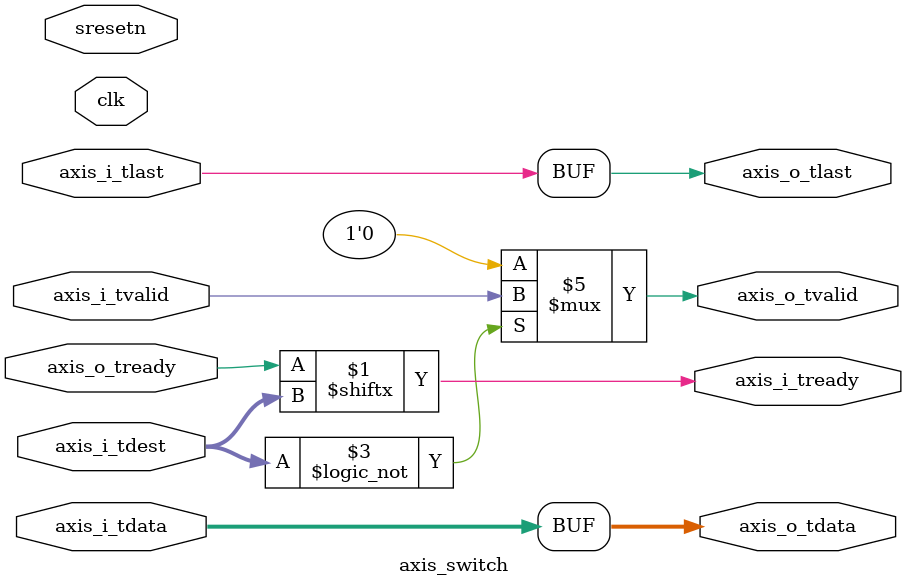
<source format=sv>


module axis_switch
#(
	parameter AXIS_BYTES = 1,
	parameter AXIS_TDEST_BITS = 4,
	parameter NUM_SLAVE_STREAMS = 1
) (
	input clk,
	input sresetn,

	// Input
	output logic                       axis_i_tready,
	input  logic                       axis_i_tvalid,
	input  logic                       axis_i_tlast,
	input  logic [AXIS_TDEST_BITS-1:0] axis_i_tdest,
	input  logic [(AXIS_BYTES*8)-1:0]  axis_i_tdata,

	// Output
	input  logic [NUM_SLAVE_STREAMS-1 : 0]              axis_o_tready,
	output logic [NUM_SLAVE_STREAMS-1 : 0]              axis_o_tvalid,
	output logic [NUM_SLAVE_STREAMS-1 : 0]              axis_o_tlast,
	output logic [NUM_SLAVE_STREAMS*(AXIS_BYTES*8)-1:0] axis_o_tdata
);

assign axis_i_tready = axis_o_tready[axis_i_tdest];

genvar i;
for(i=0; i < NUM_SLAVE_STREAMS; i=i+1)
begin
	assign axis_o_tlast[i] = axis_i_tlast;
	assign axis_o_tdata[((i+1)*AXIS_BYTES*8)-1 -: 8] = axis_i_tdata;

	always @(*)
		if(axis_i_tdest == i)
		begin
			axis_o_tvalid[i] = axis_i_tvalid;
		end else begin
			axis_o_tvalid[i] = 0;
		end
end

endmodule

</source>
